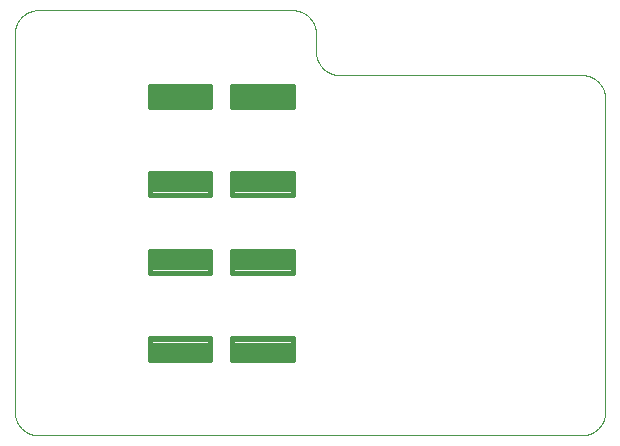
<source format=gbp>
G75*
%MOIN*%
%OFA0B0*%
%FSLAX25Y25*%
%IPPOS*%
%LPD*%
%AMOC8*
5,1,8,0,0,1.08239X$1,22.5*
%
%ADD10C,0.00000*%
%ADD11C,0.01811*%
D10*
X0086176Y0058146D02*
X0267279Y0058146D01*
X0267469Y0058148D01*
X0267659Y0058155D01*
X0267849Y0058167D01*
X0268039Y0058183D01*
X0268228Y0058203D01*
X0268417Y0058229D01*
X0268605Y0058258D01*
X0268792Y0058293D01*
X0268978Y0058332D01*
X0269163Y0058375D01*
X0269348Y0058423D01*
X0269531Y0058475D01*
X0269712Y0058531D01*
X0269892Y0058592D01*
X0270071Y0058658D01*
X0270248Y0058727D01*
X0270424Y0058801D01*
X0270597Y0058879D01*
X0270769Y0058962D01*
X0270938Y0059048D01*
X0271106Y0059138D01*
X0271271Y0059233D01*
X0271434Y0059331D01*
X0271594Y0059434D01*
X0271752Y0059540D01*
X0271907Y0059650D01*
X0272060Y0059763D01*
X0272210Y0059881D01*
X0272356Y0060002D01*
X0272500Y0060126D01*
X0272641Y0060254D01*
X0272779Y0060385D01*
X0272914Y0060520D01*
X0273045Y0060658D01*
X0273173Y0060799D01*
X0273297Y0060943D01*
X0273418Y0061089D01*
X0273536Y0061239D01*
X0273649Y0061392D01*
X0273759Y0061547D01*
X0273865Y0061705D01*
X0273968Y0061865D01*
X0274066Y0062028D01*
X0274161Y0062193D01*
X0274251Y0062361D01*
X0274337Y0062530D01*
X0274420Y0062702D01*
X0274498Y0062875D01*
X0274572Y0063051D01*
X0274641Y0063228D01*
X0274707Y0063407D01*
X0274768Y0063587D01*
X0274824Y0063768D01*
X0274876Y0063951D01*
X0274924Y0064136D01*
X0274967Y0064321D01*
X0275006Y0064507D01*
X0275041Y0064694D01*
X0275070Y0064882D01*
X0275096Y0065071D01*
X0275116Y0065260D01*
X0275132Y0065450D01*
X0275144Y0065640D01*
X0275151Y0065830D01*
X0275153Y0066020D01*
X0275153Y0170350D01*
X0275151Y0170540D01*
X0275144Y0170730D01*
X0275132Y0170920D01*
X0275116Y0171110D01*
X0275096Y0171299D01*
X0275070Y0171488D01*
X0275041Y0171676D01*
X0275006Y0171863D01*
X0274967Y0172049D01*
X0274924Y0172234D01*
X0274876Y0172419D01*
X0274824Y0172602D01*
X0274768Y0172783D01*
X0274707Y0172963D01*
X0274641Y0173142D01*
X0274572Y0173319D01*
X0274498Y0173495D01*
X0274420Y0173668D01*
X0274337Y0173840D01*
X0274251Y0174009D01*
X0274161Y0174177D01*
X0274066Y0174342D01*
X0273968Y0174505D01*
X0273865Y0174665D01*
X0273759Y0174823D01*
X0273649Y0174978D01*
X0273536Y0175131D01*
X0273418Y0175281D01*
X0273297Y0175427D01*
X0273173Y0175571D01*
X0273045Y0175712D01*
X0272914Y0175850D01*
X0272779Y0175985D01*
X0272641Y0176116D01*
X0272500Y0176244D01*
X0272356Y0176368D01*
X0272210Y0176489D01*
X0272060Y0176607D01*
X0271907Y0176720D01*
X0271752Y0176830D01*
X0271594Y0176936D01*
X0271434Y0177039D01*
X0271271Y0177137D01*
X0271106Y0177232D01*
X0270938Y0177322D01*
X0270769Y0177408D01*
X0270597Y0177491D01*
X0270424Y0177569D01*
X0270248Y0177643D01*
X0270071Y0177712D01*
X0269892Y0177778D01*
X0269712Y0177839D01*
X0269531Y0177895D01*
X0269348Y0177947D01*
X0269163Y0177995D01*
X0268978Y0178038D01*
X0268792Y0178077D01*
X0268605Y0178112D01*
X0268417Y0178141D01*
X0268228Y0178167D01*
X0268039Y0178187D01*
X0267849Y0178203D01*
X0267659Y0178215D01*
X0267469Y0178222D01*
X0267279Y0178224D01*
X0186570Y0178224D01*
X0186380Y0178226D01*
X0186190Y0178233D01*
X0186000Y0178245D01*
X0185810Y0178261D01*
X0185621Y0178281D01*
X0185432Y0178307D01*
X0185244Y0178336D01*
X0185057Y0178371D01*
X0184871Y0178410D01*
X0184686Y0178453D01*
X0184501Y0178501D01*
X0184318Y0178553D01*
X0184137Y0178609D01*
X0183957Y0178670D01*
X0183778Y0178736D01*
X0183601Y0178805D01*
X0183425Y0178879D01*
X0183252Y0178957D01*
X0183080Y0179040D01*
X0182911Y0179126D01*
X0182743Y0179216D01*
X0182578Y0179311D01*
X0182415Y0179409D01*
X0182255Y0179512D01*
X0182097Y0179618D01*
X0181942Y0179728D01*
X0181789Y0179841D01*
X0181639Y0179959D01*
X0181493Y0180080D01*
X0181349Y0180204D01*
X0181208Y0180332D01*
X0181070Y0180463D01*
X0180935Y0180598D01*
X0180804Y0180736D01*
X0180676Y0180877D01*
X0180552Y0181021D01*
X0180431Y0181167D01*
X0180313Y0181317D01*
X0180200Y0181470D01*
X0180090Y0181625D01*
X0179984Y0181783D01*
X0179881Y0181943D01*
X0179783Y0182106D01*
X0179688Y0182271D01*
X0179598Y0182439D01*
X0179512Y0182608D01*
X0179429Y0182780D01*
X0179351Y0182953D01*
X0179277Y0183129D01*
X0179208Y0183306D01*
X0179142Y0183485D01*
X0179081Y0183665D01*
X0179025Y0183846D01*
X0178973Y0184029D01*
X0178925Y0184214D01*
X0178882Y0184399D01*
X0178843Y0184585D01*
X0178808Y0184772D01*
X0178779Y0184960D01*
X0178753Y0185149D01*
X0178733Y0185338D01*
X0178717Y0185528D01*
X0178705Y0185718D01*
X0178698Y0185908D01*
X0178696Y0186098D01*
X0178696Y0192004D01*
X0178694Y0192194D01*
X0178687Y0192384D01*
X0178675Y0192574D01*
X0178659Y0192764D01*
X0178639Y0192953D01*
X0178613Y0193142D01*
X0178584Y0193330D01*
X0178549Y0193517D01*
X0178510Y0193703D01*
X0178467Y0193888D01*
X0178419Y0194073D01*
X0178367Y0194256D01*
X0178311Y0194437D01*
X0178250Y0194617D01*
X0178184Y0194796D01*
X0178115Y0194973D01*
X0178041Y0195149D01*
X0177963Y0195322D01*
X0177880Y0195494D01*
X0177794Y0195663D01*
X0177704Y0195831D01*
X0177609Y0195996D01*
X0177511Y0196159D01*
X0177408Y0196319D01*
X0177302Y0196477D01*
X0177192Y0196632D01*
X0177079Y0196785D01*
X0176961Y0196935D01*
X0176840Y0197081D01*
X0176716Y0197225D01*
X0176588Y0197366D01*
X0176457Y0197504D01*
X0176322Y0197639D01*
X0176184Y0197770D01*
X0176043Y0197898D01*
X0175899Y0198022D01*
X0175753Y0198143D01*
X0175603Y0198261D01*
X0175450Y0198374D01*
X0175295Y0198484D01*
X0175137Y0198590D01*
X0174977Y0198693D01*
X0174814Y0198791D01*
X0174649Y0198886D01*
X0174481Y0198976D01*
X0174312Y0199062D01*
X0174140Y0199145D01*
X0173967Y0199223D01*
X0173791Y0199297D01*
X0173614Y0199366D01*
X0173435Y0199432D01*
X0173255Y0199493D01*
X0173074Y0199549D01*
X0172891Y0199601D01*
X0172706Y0199649D01*
X0172521Y0199692D01*
X0172335Y0199731D01*
X0172148Y0199766D01*
X0171960Y0199795D01*
X0171771Y0199821D01*
X0171582Y0199841D01*
X0171392Y0199857D01*
X0171202Y0199869D01*
X0171012Y0199876D01*
X0170822Y0199878D01*
X0086176Y0199878D01*
X0085986Y0199876D01*
X0085796Y0199869D01*
X0085606Y0199857D01*
X0085416Y0199841D01*
X0085227Y0199821D01*
X0085038Y0199795D01*
X0084850Y0199766D01*
X0084663Y0199731D01*
X0084477Y0199692D01*
X0084292Y0199649D01*
X0084107Y0199601D01*
X0083924Y0199549D01*
X0083743Y0199493D01*
X0083563Y0199432D01*
X0083384Y0199366D01*
X0083207Y0199297D01*
X0083031Y0199223D01*
X0082858Y0199145D01*
X0082686Y0199062D01*
X0082517Y0198976D01*
X0082349Y0198886D01*
X0082184Y0198791D01*
X0082021Y0198693D01*
X0081861Y0198590D01*
X0081703Y0198484D01*
X0081548Y0198374D01*
X0081395Y0198261D01*
X0081245Y0198143D01*
X0081099Y0198022D01*
X0080955Y0197898D01*
X0080814Y0197770D01*
X0080676Y0197639D01*
X0080541Y0197504D01*
X0080410Y0197366D01*
X0080282Y0197225D01*
X0080158Y0197081D01*
X0080037Y0196935D01*
X0079919Y0196785D01*
X0079806Y0196632D01*
X0079696Y0196477D01*
X0079590Y0196319D01*
X0079487Y0196159D01*
X0079389Y0195996D01*
X0079294Y0195831D01*
X0079204Y0195663D01*
X0079118Y0195494D01*
X0079035Y0195322D01*
X0078957Y0195149D01*
X0078883Y0194973D01*
X0078814Y0194796D01*
X0078748Y0194617D01*
X0078687Y0194437D01*
X0078631Y0194256D01*
X0078579Y0194073D01*
X0078531Y0193888D01*
X0078488Y0193703D01*
X0078449Y0193517D01*
X0078414Y0193330D01*
X0078385Y0193142D01*
X0078359Y0192953D01*
X0078339Y0192764D01*
X0078323Y0192574D01*
X0078311Y0192384D01*
X0078304Y0192194D01*
X0078302Y0192004D01*
X0078302Y0066020D01*
X0078304Y0065830D01*
X0078311Y0065640D01*
X0078323Y0065450D01*
X0078339Y0065260D01*
X0078359Y0065071D01*
X0078385Y0064882D01*
X0078414Y0064694D01*
X0078449Y0064507D01*
X0078488Y0064321D01*
X0078531Y0064136D01*
X0078579Y0063951D01*
X0078631Y0063768D01*
X0078687Y0063587D01*
X0078748Y0063407D01*
X0078814Y0063228D01*
X0078883Y0063051D01*
X0078957Y0062875D01*
X0079035Y0062702D01*
X0079118Y0062530D01*
X0079204Y0062361D01*
X0079294Y0062193D01*
X0079389Y0062028D01*
X0079487Y0061865D01*
X0079590Y0061705D01*
X0079696Y0061547D01*
X0079806Y0061392D01*
X0079919Y0061239D01*
X0080037Y0061089D01*
X0080158Y0060943D01*
X0080282Y0060799D01*
X0080410Y0060658D01*
X0080541Y0060520D01*
X0080676Y0060385D01*
X0080814Y0060254D01*
X0080955Y0060126D01*
X0081099Y0060002D01*
X0081245Y0059881D01*
X0081395Y0059763D01*
X0081548Y0059650D01*
X0081703Y0059540D01*
X0081861Y0059434D01*
X0082021Y0059331D01*
X0082184Y0059233D01*
X0082349Y0059138D01*
X0082517Y0059048D01*
X0082686Y0058962D01*
X0082858Y0058879D01*
X0083031Y0058801D01*
X0083207Y0058727D01*
X0083384Y0058658D01*
X0083563Y0058592D01*
X0083743Y0058531D01*
X0083924Y0058475D01*
X0084107Y0058423D01*
X0084292Y0058375D01*
X0084477Y0058332D01*
X0084663Y0058293D01*
X0084850Y0058258D01*
X0085038Y0058229D01*
X0085227Y0058203D01*
X0085416Y0058183D01*
X0085606Y0058167D01*
X0085796Y0058155D01*
X0085986Y0058148D01*
X0086176Y0058146D01*
D11*
X0143539Y0083264D02*
X0143539Y0090508D01*
X0143539Y0083264D02*
X0123303Y0083264D01*
X0123303Y0090508D01*
X0143539Y0090508D01*
X0143539Y0084984D02*
X0123303Y0084984D01*
X0123303Y0086704D02*
X0143539Y0086704D01*
X0143539Y0088424D02*
X0123303Y0088424D01*
X0123303Y0090144D02*
X0143539Y0090144D01*
X0171098Y0090508D02*
X0171098Y0083264D01*
X0150862Y0083264D01*
X0150862Y0090508D01*
X0171098Y0090508D01*
X0171098Y0084984D02*
X0150862Y0084984D01*
X0150862Y0086704D02*
X0171098Y0086704D01*
X0171098Y0088424D02*
X0150862Y0088424D01*
X0150862Y0090144D02*
X0171098Y0090144D01*
X0171098Y0112398D02*
X0171098Y0119642D01*
X0171098Y0112398D02*
X0150862Y0112398D01*
X0150862Y0119642D01*
X0171098Y0119642D01*
X0171098Y0114118D02*
X0150862Y0114118D01*
X0150862Y0115838D02*
X0171098Y0115838D01*
X0171098Y0117558D02*
X0150862Y0117558D01*
X0150862Y0119278D02*
X0171098Y0119278D01*
X0171098Y0138382D02*
X0171098Y0145626D01*
X0171098Y0138382D02*
X0150862Y0138382D01*
X0150862Y0145626D01*
X0171098Y0145626D01*
X0171098Y0140102D02*
X0150862Y0140102D01*
X0150862Y0141822D02*
X0171098Y0141822D01*
X0171098Y0143542D02*
X0150862Y0143542D01*
X0150862Y0145262D02*
X0171098Y0145262D01*
X0171098Y0167516D02*
X0171098Y0174760D01*
X0171098Y0167516D02*
X0150862Y0167516D01*
X0150862Y0174760D01*
X0171098Y0174760D01*
X0171098Y0169236D02*
X0150862Y0169236D01*
X0150862Y0170956D02*
X0171098Y0170956D01*
X0171098Y0172676D02*
X0150862Y0172676D01*
X0150862Y0174396D02*
X0171098Y0174396D01*
X0143539Y0174760D02*
X0143539Y0167516D01*
X0123303Y0167516D01*
X0123303Y0174760D01*
X0143539Y0174760D01*
X0143539Y0169236D02*
X0123303Y0169236D01*
X0123303Y0170956D02*
X0143539Y0170956D01*
X0143539Y0172676D02*
X0123303Y0172676D01*
X0123303Y0174396D02*
X0143539Y0174396D01*
X0143539Y0145626D02*
X0143539Y0138382D01*
X0123303Y0138382D01*
X0123303Y0145626D01*
X0143539Y0145626D01*
X0143539Y0140102D02*
X0123303Y0140102D01*
X0123303Y0141822D02*
X0143539Y0141822D01*
X0143539Y0143542D02*
X0123303Y0143542D01*
X0123303Y0145262D02*
X0143539Y0145262D01*
X0143539Y0119642D02*
X0143539Y0112398D01*
X0123303Y0112398D01*
X0123303Y0119642D01*
X0143539Y0119642D01*
X0143539Y0114118D02*
X0123303Y0114118D01*
X0123303Y0115838D02*
X0143539Y0115838D01*
X0143539Y0117558D02*
X0123303Y0117558D01*
X0123303Y0119278D02*
X0143539Y0119278D01*
M02*

</source>
